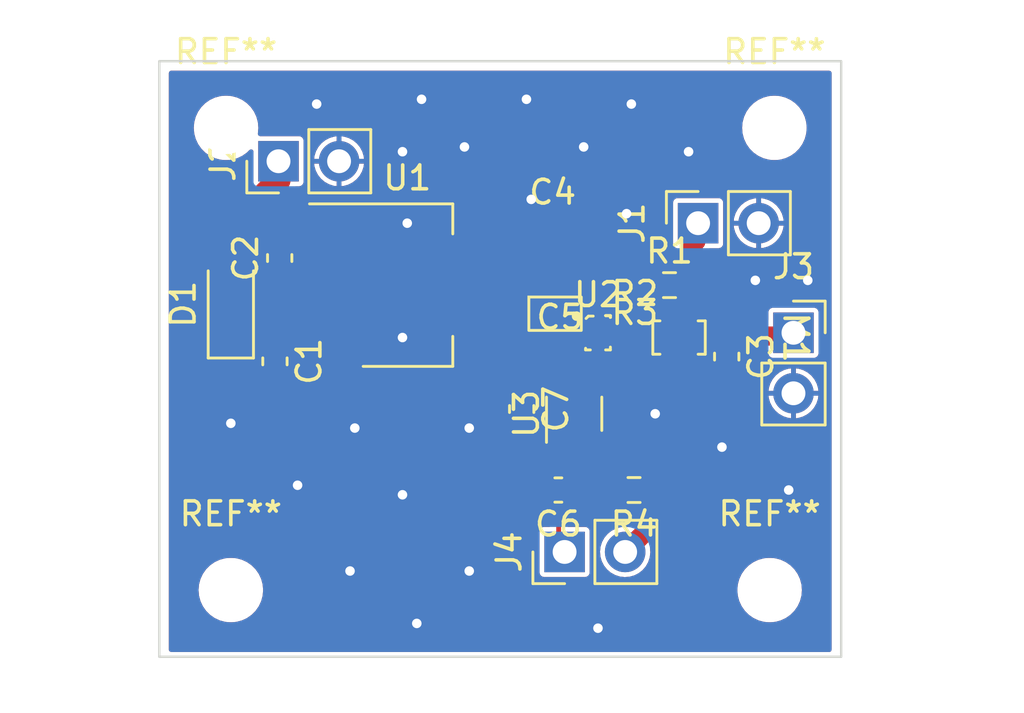
<source format=kicad_pcb>
(kicad_pcb (version 20211014) (generator pcbnew)
  (layers (0 "F.Cu" signal) (31 "B.Cu" signal) (34 "B.Paste" user) (35 "F.Paste" user) (36 "B.SilkS" user "B.Silkscreen") (37 "F.SilkS" user "F.Silkscreen") (38 "B.Mask" user) (39 "F.Mask" user) (44 "Edge.Cuts" user))
  (net 0 "")
  (net 1 "Net-(C1-Pad1)")
  (net 2 "GND")
  (net 3 "+5V")
  (net 4 "Net-(C6-Pad1)")
  (net 5 "Net-(D1-Pad2)")
  (net 6 "Net-(R2-Pad1)")
  (net 7 "Net-(C4-Pad3)")
  (net 8 "Net-(U2-PadC1)")
  (net 9 "Net-(M1-Pad1)")
  (net 10 "Net-(C3-Pad1)")
  (net 11 "Net-(R3-Pad1)")
  (net 12 "Net-(J4-Pad1)")
  (net 13 "Net-(J4-Pad2)")
  (footprint "Connector_PinHeader_2.54mm:PinHeader_1x02_P2.54mm_Vertical" (layer "F.Cu") (at 162.6 59.2 90)
    (fp_text reference "J4" (at 0 -2.33 90) (layer "F.SilkS"))
    (fp_text value "Conn_01x02_Male")
    (fp_line (start 1.33 1.27) (end 1.33 3.87) (layer "F.SilkS") (width 0.12))
    (fp_line (start -1.33 0) (end -1.33 -1.33) (layer "F.SilkS") (width 0.12))
    (fp_line (start -1.33 3.87) (end 1.33 3.87) (layer "F.SilkS") (width 0.12))
    (fp_line (start -1.33 -1.33) (end 0 -1.33) (layer "F.SilkS") (width 0.12))
    (fp_line (start -1.33 1.27) (end -1.33 3.87) (layer "F.SilkS") (width 0.12))
    (fp_line (start -1.33 1.27) (end 1.33 1.27) (layer "F.SilkS") (width 0.12))
    (pad "1" thru_hole rect (at 0 0 90) (size 1.7 1.7) (drill 1) (layers *.Cu *.Mask) (net 12 "Net-(J4-Pad1)"))
    (pad "2" thru_hole oval (at 0 2.54 90) (size 1.7 1.7) (drill 1) (layers *.Cu *.Mask) (net 13 "Net-(J4-Pad2)"))
  )
  (footprint "MountingHole:MountingHole_2.2mm_M2" (layer "F.Cu") (at 148.4 41.4)
    (fp_text reference "REF**" (at 0 -3.2) (layer "F.SilkS"))
    (fp_text value "MountingHole_2.2mm_M2")
    (pad "" np_thru_hole circle (at 0 0) (size 2.2 2.2) (drill 2.2) (layers *.Cu *.Mask))
  )
  (footprint "Capacitor_SMD:C_0603_1608Metric_Pad1.08x0.95mm_HandSolder" (layer "F.Cu") (at 162.3375 56.6 180)
    (fp_text reference "C6" (at 0 -1.43) (layer "F.SilkS"))
    (fp_text value "C")
    (fp_line (start -0.146267 -0.51) (end 0.146267 -0.51) (layer "F.SilkS") (width 0.12))
    (fp_line (start -0.146267 0.51) (end 0.146267 0.51) (layer "F.SilkS") (width 0.12))
    (pad "1" smd roundrect (at -0.8625 0 180) (size 1.075 0.95) (layers "F.Cu" "F.Paste" "F.Mask") (net 4 "Net-(C6-Pad1)"))
    (pad "2" smd roundrect (at 0.8625 0 180) (size 1.075 0.95) (layers "F.Cu" "F.Paste" "F.Mask") (net 2 "GND"))
  )
  (footprint "Package_TO_SOT_SMD:SOT-223-3_TabPin2" (layer "F.Cu") (at 156 48)
    (fp_text reference "U1" (at 0 -4.5) (layer "F.SilkS"))
    (fp_text value "AMS1117-5.0")
    (fp_line (start -4.1 -3.41) (end 1.91 -3.41) (layer "F.SilkS") (width 0.12))
    (fp_line (start 1.91 3.41) (end 1.91 2.15) (layer "F.SilkS") (width 0.12))
    (fp_line (start -1.85 3.41) (end 1.91 3.41) (layer "F.SilkS") (width 0.12))
    (fp_line (start 1.91 -3.41) (end 1.91 -2.15) (layer "F.SilkS") (width 0.12))
    (pad "1" smd rect (at -3.15 -2.3) (size 2 1.5) (layers "F.Cu" "F.Paste" "F.Mask") (net 2 "GND"))
    (pad "2" smd rect (at 3.15 0) (size 2 3.8) (layers "F.Cu" "F.Paste" "F.Mask") (net 3 "+5V"))
    (pad "2" smd rect (at -3.15 0) (size 2 1.5) (layers "F.Cu" "F.Paste" "F.Mask") (net 3 "+5V"))
    (pad "3" smd rect (at -3.15 2.3) (size 2 1.5) (layers "F.Cu" "F.Paste" "F.Mask") (net 1 "Net-(C1-Pad1)"))
  )
  (footprint "Capacitor_SMD:C_0603_1608Metric_Pad1.08x0.95mm_HandSolder" (layer "F.Cu") (at 150.65 46.8625 90)
    (fp_text reference "C2" (at 0 -1.43 90) (layer "F.SilkS"))
    (fp_text value "C")
    (fp_line (start -0.146267 -0.51) (end 0.146267 -0.51) (layer "F.SilkS") (width 0.12))
    (fp_line (start -0.146267 0.51) (end 0.146267 0.51) (layer "F.SilkS") (width 0.12))
    (pad "1" smd roundrect (at -0.8625 0 90) (size 1.075 0.95) (layers "F.Cu" "F.Paste" "F.Mask") (net 3 "+5V"))
    (pad "2" smd roundrect (at 0.8625 0 90) (size 1.075 0.95) (layers "F.Cu" "F.Paste" "F.Mask") (net 2 "GND"))
  )
  (footprint "Connector_PinSocket_2.54mm:PinSocket_1x02_P2.54mm_Vertical" (layer "F.Cu") (at 168.2 45.4 90)
    (fp_text reference "J1" (at 0 -2.77 90) (layer "F.SilkS"))
    (fp_text value "Conn_01x02_Male")
    (fp_line (start -1.33 1.27) (end 1.33 1.27) (layer "F.SilkS") (width 0.12))
    (fp_line (start 1.33 -1.33) (end 1.33 0) (layer "F.SilkS") (width 0.12))
    (fp_line (start -1.33 3.87) (end 1.33 3.87) (layer "F.SilkS") (width 0.12))
    (fp_line (start 1.33 1.27) (end 1.33 3.87) (layer "F.SilkS") (width 0.12))
    (fp_line (start -1.33 1.27) (end -1.33 3.87) (layer "F.SilkS") (width 0.12))
    (fp_line (start 0 -1.33) (end 1.33 -1.33) (layer "F.SilkS") (width 0.12))
    (pad "1" thru_hole rect (at 0 0 90) (size 1.7 1.7) (drill 1) (layers *.Cu *.Mask) (net 10 "Net-(C3-Pad1)"))
    (pad "2" thru_hole oval (at 0 2.54 90) (size 1.7 1.7) (drill 1) (layers *.Cu *.Mask) (net 2 "GND"))
  )
  (footprint "Connector_PinHeader_2.54mm:PinHeader_1x02_P2.54mm_Vertical" (layer "F.Cu") (at 150.6 42.8 90)
    (fp_text reference "J2" (at 0 -2.33 90) (layer "F.SilkS"))
    (fp_text value "Conn_01x02_Male")
    (fp_line (start -1.33 3.87) (end 1.33 3.87) (layer "F.SilkS") (width 0.12))
    (fp_line (start -1.33 -1.33) (end 0 -1.33) (layer "F.SilkS") (width 0.12))
    (fp_line (start -1.33 1.27) (end 1.33 1.27) (layer "F.SilkS") (width 0.12))
    (fp_line (start -1.33 1.27) (end -1.33 3.87) (layer "F.SilkS") (width 0.12))
    (fp_line (start 1.33 1.27) (end 1.33 3.87) (layer "F.SilkS") (width 0.12))
    (fp_line (start -1.33 0) (end -1.33 -1.33) (layer "F.SilkS") (width 0.12))
    (pad "1" thru_hole rect (at 0 0 90) (size 1.7 1.7) (drill 1) (layers *.Cu *.Mask) (net 5 "Net-(D1-Pad2)"))
    (pad "2" thru_hole oval (at 0 2.54 90) (size 1.7 1.7) (drill 1) (layers *.Cu *.Mask) (net 2 "GND"))
  )
  (footprint "Capacitor_SMD:C_0603_1608Metric_Pad1.08x0.95mm_HandSolder" (layer "F.Cu") (at 160.8 53.2 -90)
    (fp_text reference "C7" (at 0 -1.43 -270) (layer "F.SilkS"))
    (fp_text value "C")
    (fp_line (start -0.146267 0.51) (end 0.146267 0.51) (layer "F.SilkS") (width 0.12))
    (fp_line (start -0.146267 -0.51) (end 0.146267 -0.51) (layer "F.SilkS") (width 0.12))
    (pad "1" smd roundrect (at -0.8625 0 270) (size 1.075 0.95) (layers "F.Cu" "F.Paste" "F.Mask") (net 3 "+5V"))
    (pad "2" smd roundrect (at 0.8625 0 270) (size 1.075 0.95) (layers "F.Cu" "F.Paste" "F.Mask") (net 2 "GND"))
  )
  (footprint "Connector_PinSocket_2.54mm:PinSocket_1x02_P2.54mm_Vertical" (layer "F.Cu") (at 172.2 50)
    (fp_text reference "J3" (at 0 -2.77) (layer "F.SilkS"))
    (fp_text value "Conn_01x02_Male")
    (fp_line (start 1.33 -1.33) (end 1.33 0) (layer "F.SilkS") (width 0.12))
    (fp_line (start -1.33 1.27) (end 1.33 1.27) (layer "F.SilkS") (width 0.12))
    (fp_line (start -1.33 1.27) (end -1.33 3.87) (layer "F.SilkS") (width 0.12))
    (fp_line (start 1.33 1.27) (end 1.33 3.87) (layer "F.SilkS") (width 0.12))
    (fp_line (start 0 -1.33) (end 1.33 -1.33) (layer "F.SilkS") (width 0.12))
    (fp_line (start -1.33 3.87) (end 1.33 3.87) (layer "F.SilkS") (width 0.12))
    (pad "1" thru_hole rect (at 0 0) (size 1.7 1.7) (drill 1) (layers *.Cu *.Mask) (net 10 "Net-(C3-Pad1)"))
    (pad "2" thru_hole oval (at 0 2.54) (size 1.7 1.7) (drill 1) (layers *.Cu *.Mask) (net 2 "GND"))
  )
  (footprint "Package_TO_SOT_SMD:SOT-353_SC-70-5_Handsoldering" (layer "F.Cu") (at 163 53.4 90)
    (fp_text reference "U3" (at 0 -2 90) (layer "F.SilkS"))
    (fp_text value "74LVC1G08")
    (fp_line (start -0.7 1.16) (end 0.7 1.16) (layer "F.SilkS") (width 0.12))
    (fp_line (start 0.7 -1.16) (end -1.2 -1.16) (layer "F.SilkS") (width 0.12))
    (pad "1" smd rect (at -1.33 -0.65 90) (size 1.5 0.4) (layers "F.Cu" "F.Paste" "F.Mask") (net 12 "Net-(J4-Pad1)"))
    (pad "2" smd rect (at -1.33 0 90) (size 1.5 0.4) (layers "F.Cu" "F.Paste" "F.Mask") (net 4 "Net-(C6-Pad1)"))
    (pad "3" smd rect (at -1.33 0.65 90) (size 1.5 0.4) (layers "F.Cu" "F.Paste" "F.Mask") (net 2 "GND"))
    (pad "4" smd rect (at 1.33 0.65 90) (size 1.5 0.4) (layers "F.Cu" "F.Paste" "F.Mask") (net 8 "Net-(U2-PadC1)"))
    (pad "5" smd rect (at 1.33 -0.65 90) (size 1.5 0.4) (layers "F.Cu" "F.Paste" "F.Mask") (net 3 "+5V"))
  )
  (footprint "Capacitor_SMD:C_0201_0603Metric" (layer "F.Cu") (at 162.4 50.4)
    (fp_text reference "C5" (at 0 -1.05) (layer "F.SilkS"))
    (fp_text value "C")
    (pad "1" smd roundrect (at -0.32 0) (size 0.46 0.4) (layers "F.Cu" "F.Mask") (net 3 "+5V"))
    (pad "2" smd roundrect (at 0.32 0) (size 0.46 0.4) (layers "F.Cu" "F.Mask") (net 2 "GND"))
  )
  (footprint "Resistor_SMD:R_0603_1608Metric_Pad0.98x0.95mm_HandSolder" (layer "F.Cu") (at 165.5125 56.6 180)
    (fp_text reference "R4" (at 0 -1.43) (layer "F.SilkS"))
    (fp_text value "R")
    (fp_line (start -0.254724 -0.5225) (end 0.254724 -0.5225) (layer "F.SilkS") (width 0.12))
    (fp_line (start -0.254724 0.5225) (end 0.254724 0.5225) (layer "F.SilkS") (width 0.12))
    (pad "1" smd roundrect (at -0.9125 0 180) (size 0.975 0.95) (layers "F.Cu" "F.Paste" "F.Mask") (net 13 "Net-(J4-Pad2)"))
    (pad "2" smd roundrect (at 0.9125 0 180) (size 0.975 0.95) (layers "F.Cu" "F.Paste" "F.Mask") (net 4 "Net-(C6-Pad1)"))
  )
  (footprint "Capacitor_SMD:C_0603_1608Metric_Pad1.08x0.95mm_HandSolder" (layer "F.Cu") (at 150.45 51.2 -90)
    (fp_text reference "C1" (at 0 -1.43 90) (layer "F.SilkS"))
    (fp_text value "C")
    (fp_line (start -0.146267 -0.51) (end 0.146267 -0.51) (layer "F.SilkS") (width 0.12))
    (fp_line (start -0.146267 0.51) (end 0.146267 0.51) (layer "F.SilkS") (width 0.12))
    (pad "1" smd roundrect (at -0.8625 0 270) (size 1.075 0.95) (layers "F.Cu" "F.Paste" "F.Mask") (net 1 "Net-(C1-Pad1)"))
    (pad "2" smd roundrect (at 0.8625 0 270) (size 1.075 0.95) (layers "F.Cu" "F.Paste" "F.Mask") (net 2 "GND"))
  )
  (footprint "MountingHole:MountingHole_2.2mm_M2" (layer "F.Cu") (at 171.4 41.4)
    (fp_text reference "REF**" (at 0 -3.2) (layer "F.SilkS"))
    (fp_text value "MountingHole_2.2mm_M2")
    (pad "" np_thru_hole circle (at 0 0) (size 2.2 2.2) (drill 2.2) (layers *.Cu *.Mask))
  )
  (footprint "FLIM_laser:LMG1020" (layer "F.Cu") (at 164 50)
    (fp_text reference "U2" (at 0 -1.6) (layer "F.SilkS"))
    (fp_text value "LMG1020")
    (fp_line (start -0.4 -0.7) (end -0.5 -0.6) (layer "F.SilkS") (width 0.12))
    (fp_line (start 0.52 -0.72) (end 0.52 -0.645) (layer "F.SilkS") (width 0.12))
    (fp_line (start 0.32 -0.72) (end 0.52 -0.72) (layer "F.SilkS") (width 0.12))
    (fp_line (start -0.52 0.72) (end -0.52 0.65) (layer "F.SilkS") (width 0.12))
    (fp_line (start 0.32 0.72) (end 0.52 0.72) (layer "F.SilkS") (width 0.12))
    (fp_line (start 0.52 -0.72) (end 0.52 -0.645) (layer "F.SilkS") (width 0.12))
    (fp_line (start 0.52 -0.72) (end 0.52 -0.645) (layer "F.SilkS") (width 0.12))
    (fp_line (start -0.2 -0.7) (end -0.4 -0.7) (layer "F.SilkS") (width 0.12))
    (fp_line (start -0.32 0.72) (end -0.52 0.72) (layer "F.SilkS") (width 0.12))
    (fp_line (start 0.32 -0.72) (end 0.52 -0.72) (layer "F.SilkS") (width 0.12))
    (fp_line (start 0.52 0.72) (end 0.52 0.6) (layer "F.SilkS") (width 0.12))
    (fp_line (start 0.32 -0.72) (end 0.52 -0.72) (layer "F.SilkS") (width 0.12))
    (fp_circle (center -0.9 -0.7) (end -0.9 -0.6) (layer "F.SilkS") (width 0.2) (fill none))
    (pad "A1" smd roundrect (at -0.4 -0.4075) (size 0.5 0.23) (layers "F.Cu" "F.Paste" "F.Mask") (net 7 "Net-(C4-Pad3)"))
    (pad "A2" smd roundrect (at 0.4 -0.4075) (size 0.5 0.215) (layers "F.Cu" "F.Paste" "F.Mask") (net 6 "Net-(R2-Pad1)"))
    (pad "B1" smd roundrect (at -0.4 0) (size 0.5 0.23) (layers "F.Cu" "F.Paste" "F.Mask") (net 2 "GND"))
    (pad "B2" smd roundrect (at 0.4 0) (size 0.5 0.23) (layers "F.Cu" "F.Paste" "F.Mask") (net 11 "Net-(R3-Pad1)"))
    (pad "C1" smd roundrect (at -0.4 0.4) (size 0.5 0.23) (layers "F.Cu" "F.Paste" "F.Mask") (net 8 "Net-(U2-PadC1)"))
    (pad "C2" smd roundrect (at 0.4 0.4) (size 0.5 0.23) (layers "F.Cu" "F.Paste" "F.Mask") (net 2 "GND"))
  )
  (footprint "Diode_SMD:Nexperia_CFP3_SOD-123W" (layer "F.Cu") (at 148.6 48.8 90)
    (fp_text reference "D1" (at 0 -2 90) (layer "F.SilkS"))
    (fp_text value "PMEG40T10ER")
    (fp_line (start -2.26 -0.95) (end -2.26 0.95) (layer "F.SilkS") (width 0.12))
    (fp_line (start -2.26 -0.95) (end 1.4 -0.95) (layer "F.SilkS") (width 0.12))
    (fp_line (start -2.26 0.95) (end 1.4 0.95) (layer "F.SilkS") (width 0.12))
    (pad "1" smd rect (at -1.4 0 90) (size 1.2 1.2) (layers "F.Cu" "F.Paste" "F.Mask") (net 1 "Net-(C1-Pad1)"))
    (pad "2" smd rect (at 1.4 0 90) (size 1.2 1.2) (layers "F.Cu" "F.Paste" "F.Mask") (net 5 "Net-(D1-Pad2)"))
  )
  (footprint "MountingHole:MountingHole_2.2mm_M2" (layer "F.Cu") (at 148.6 60.8)
    (fp_text reference "REF**" (at 0 -3.2) (layer "F.SilkS"))
    (fp_text value "MountingHole_2.2mm_M2")
    (pad "" np_thru_hole circle (at 0 0) (size 2.2 2.2) (drill 2.2) (layers *.Cu *.Mask))
  )
  (footprint "FLIM_laser:YFF18PW0J474M" (layer "F.Cu") (at 162.2 49.2)
    (fp_text reference "C4" (at -0.1 -5.1 unlocked) (layer "F.SilkS"))
    (fp_text value "C_Feedthrough")
    (fp_rect (start -1.1 -0.7) (end 1.1 0.7) (layer "F.SilkS") (width 0.12) (fill none))
    (pad "1" smd roundrect (at -0.7 0 90) (size 0.4 0.4) (layers "F.Cu" "F.Paste" "F.Mask") (net 3 "+5V"))
    (pad "2" smd roundrect (at 0 0 90) (size 1.2 0.8) (layers "F.Cu" "F.Paste" "F.Mask") (net 2 "GND"))
    (pad "3" smd roundrect (at 0.7 0 90) (size 0.4 0.4) (layers "F.Cu" "F.Paste" "F.Mask") (net 7 "Net-(C4-Pad3)"))
  )
  (footprint "Resistor_SMD:R_0201_0603Metric" (layer "F.Cu") (at 165.545 49.4)
    (fp_text reference "R2" (at 0 -1.05) (layer "F.SilkS"))
    (fp_text value "R")
    (pad "1" smd roundrect (at -0.32 0) (size 0.46 0.4) (layers "F.Cu" "F.Mask") (net 6 "Net-(R2-Pad1)"))
    (pad "2" smd roundrect (at 0.32 0) (size 0.46 0.4) (layers "F.Cu" "F.Mask") (net 9 "Net-(M1-Pad1)"))
  )
  (footprint "Resistor_SMD:R_0603_1608Metric_Pad0.98x0.95mm_HandSolder" (layer "F.Cu") (at 167 48)
    (fp_text reference "R1" (at 0 -1.43) (layer "F.SilkS"))
    (fp_text value "R")
    (fp_line (start -0.254724 -0.5225) (end 0.254724 -0.5225) (layer "F.SilkS") (width 0.12))
    (fp_line (start -0.254724 0.5225) (end 0.254724 0.5225) (layer "F.SilkS") (width 0.12))
    (pad "1" smd roundrect (at -0.9125 0) (size 0.975 0.95) (layers "F.Cu" "F.Paste" "F.Mask") (net 3 "+5V"))
    (pad "2" smd roundrect (at 0.9125 0) (size 0.975 0.95) (layers "F.Cu" "F.Paste" "F.Mask") (net 10 "Net-(C3-Pad1)"))
  )
  (footprint "Capacitor_SMD:C_0603_1608Metric_Pad1.08x0.95mm_HandSolder" (layer "F.Cu") (at 169.4 51 -90)
    (fp_text reference "C3" (at 0 -1.43 90) (layer "F.SilkS"))
    (fp_text value "C")
    (fp_line (start -0.146267 -0.51) (end 0.146267 -0.51) (layer "F.SilkS") (width 0.12))
    (fp_line (start -0.146267 0.51) (end 0.146267 0.51) (layer "F.SilkS") (width 0.12))
    (pad "1" smd roundrect (at -0.8625 0 270) (size 1.075 0.95) (layers "F.Cu" "F.Paste" "F.Mask") (net 10 "Net-(C3-Pad1)"))
    (pad "2" smd roundrect (at 0.8625 0 270) (size 1.075 0.95) (layers "F.Cu" "F.Paste" "F.Mask") (net 2 "GND"))
  )
  (footprint "MountingHole:MountingHole_2.2mm_M2" (layer "F.Cu") (at 171.2 60.8)
    (fp_text reference "REF**" (at 0 -3.2) (layer "F.SilkS"))
    (fp_text value "MountingHole_2.2mm_M2")
    (pad "" np_thru_hole circle (at 0 0) (size 2.2 2.2) (drill 2.2) (layers *.Cu *.Mask))
  )
  (footprint "Resistor_SMD:R_0201_0603Metric" (layer "F.Cu") (at 165.545 50.2)
    (fp_text reference "R3" (at 0 -1.05) (layer "F.SilkS"))
    (fp_text value "R")
    (pad "1" smd roundrect (at -0.32 0) (size 0.46 0.4) (layers "F.Cu" "F.Mask") (net 11 "Net-(R3-Pad1)"))
    (pad "2" smd roundrect (at 0.32 0) (size 0.46 0.4) (layers "F.Cu" "F.Mask") (net 9 "Net-(M1-Pad1)"))
  )
  (footprint "FLIM_laser:EPC2014C" (layer "F.Cu") (at 166.8 50.2 -90)
    (fp_text reference "M1" (at 0 -5.5 -90 unlocked) (layer "F.SilkS"))
    (fp_text value "EP2014C")
    (fp_line (start 0.7 0.5) (end -0.7 0.5) (layer "F.SilkS") (width 0.12))
    (fp_line (start 0.7 0.2) (end 0.7 0.5) (layer "F.SilkS") (width 0.12))
    (fp_line (start 0.7 -1.7) (end 0.6 -1.7) (layer "F.SilkS") (width 0.12))
    (fp_line (start -0.7 0.5) (end -0.7 0.2) (layer "F.SilkS") (width 0.12))
    (fp_line (start -0.7 -1.4) (end -0.7 -1.7) (layer "F.SilkS") (width 0.12))
    (fp_line (start 0.7 -1.7) (end 0.7 -1.4) (layer "F.SilkS") (width 0.12))
    (fp_line (start -0.7 -1.7) (end 0.6 -1.7) (layer "F.SilkS") (width 0.12))
    (pad "1" smd roundrect (at -0.45 0.02 270) (size 0.7 0.18) (layers "F.Cu" "F.Paste" "F.Mask") (net 9 "Net-(M1-Pad1)"))
    (pad "2" smd roundrect (at 0.45 0.02 270) (size 0.7 0.18) (layers "F.Cu" "F.Paste" "F.Mask") (net 2 "GND"))
    (pad "3" smd roundrect (at 0 -0.4 270) (size 1.5 0.18) (layers "F.Cu" "F.Paste" "F.Mask") (net 10 "Net-(C3-Pad1)"))
    (pad "4" smd roundrect (at 0 -0.8 270) (size 1.5 0.18) (layers "F.Cu" "F.Paste" "F.Mask") (net 2 "GND"))
    (pad "5" smd roundrect (at 0 -1.2 270) (size 1.5 0.18) (layers "F.Cu" "F.Paste" "F.Mask") (net 10 "Net-(C3-Pad1)"))
  )
  (gr_rect (start 145.6 38.6) (end 174.2 63.6) (layer "Edge.Cuts") (width 0.1) (fill none))
  (segment (start 150.3875 50.4) (end 150.45 50.3375) (width 0.8) (layer "F.Cu") (net 1))
  (segment (start 150.45 50.3375) (end 152.8125 50.3375) (width 0.8) (layer "F.Cu") (net 1))
  (segment (start 152.8125 50.3375) (end 152.85 50.3) (width 0.8) (layer "F.Cu") (net 1))
  (segment (start 149.6 50.4) (end 150.3875 50.4) (width 0.8) (layer "F.Cu") (net 1))
  (segment (start 148.6 50.2) (end 149.4 50.2) (width 0.8) (layer "F.Cu") (net 1))
  (segment (start 149.4 50.2) (end 149.6 50.4) (width 0.8) (layer "F.Cu") (net 1))
  (segment (start 150.3125 50.2) (end 150.45 50.3375) (width 0.25) (layer "F.Cu") (net 1))
  (via (at 161.2 44.4) (size 0.8) (drill 0.4) (layers "F.Cu" "B.Cu") (net 2))
  (via (at 156.6 40.2) (size 0.8) (drill 0.4) (layers "F.Cu" "B.Cu") (net 2))
  (via (at 170.6 47.8) (size 0.8) (drill 0.4) (layers "F.Cu" "B.Cu") (net 2))
  (via (at 158.4 42.2) (size 0.8) (drill 0.4) (layers "F.Cu" "B.Cu") (net 2))
  (via (at 148.6 53.8) (size 0.8) (drill 0.4) (layers "F.Cu" "B.Cu") (net 2))
  (via (at 166.4 53.4) (size 0.8) (drill 0.4) (layers "F.Cu" "B.Cu") (net 2))
  (via (at 155.8 42.4) (size 0.8) (drill 0.4) (layers "F.Cu" "B.Cu") (net 2))
  (via (at 158.6 60) (size 0.8) (drill 0.4) (layers "F.Cu" "B.Cu") (net 2))
  (via (at 167.8 42.4) (size 0.8) (drill 0.4) (layers "F.Cu" "B.Cu") (net 2))
  (via (at 156.4 62.2) (size 0.8) (drill 0.4) (layers "F.Cu" "B.Cu") (net 2))
  (via (at 172 56.6) (size 0.8) (drill 0.4) (layers "F.Cu" "B.Cu") (net 2))
  (via (at 164 62.4) (size 0.8) (drill 0.4) (layers "F.Cu" "B.Cu") (net 2))
  (via (at 153.8 54) (size 0.8) (drill 0.4) (layers "F.Cu" "B.Cu") (net 2))
  (via (at 156 45.4) (size 0.8) (drill 0.4) (layers "F.Cu" "B.Cu") (net 2))
  (via (at 151.4 56.4) (size 0.8) (drill 0.4) (layers "F.Cu" "B.Cu") (net 2))
  (via (at 163.4 42.2) (size 0.8) (drill 0.4) (layers "F.Cu" "B.Cu") (net 2))
  (via (at 153.6 60) (size 0.8) (drill 0.4) (layers "F.Cu" "B.Cu") (net 2))
  (via (at 165.2 45) (size 0.8) (drill 0.4) (layers "F.Cu" "B.Cu") (net 2))
  (via (at 158.6 54) (size 0.8) (drill 0.4) (layers "F.Cu" "B.Cu") (net 2))
  (via (at 155.8 50.2) (size 0.8) (drill 0.4) (layers "F.Cu" "B.Cu") (net 2))
  (via (at 172.8 47.8) (size 0.8) (drill 0.4) (layers "F.Cu" "B.Cu") (net 2))
  (via (at 161 40.2) (size 0.8) (drill 0.4) (layers "F.Cu" "B.Cu") (net 2))
  (via (at 165.4 40.4) (size 0.8) (drill 0.4) (layers "F.Cu" "B.Cu") (net 2))
  (via (at 155.8 56.8) (size 0.8) (drill 0.4) (layers "F.Cu" "B.Cu") (net 2))
  (via (at 169.2 54.8) (size 0.8) (drill 0.4) (layers "F.Cu" "B.Cu") (net 2))
  (via (at 152.2 40.4) (size 0.8) (drill 0.4) (layers "F.Cu" "B.Cu") (net 2))
  (segment (start 160.35 49.2) (end 161.40048 49.2) (width 0.4) (layer "F.Cu") (net 3))
  (segment (start 159.75 47.4) (end 159.15 48) (width 1) (layer "F.Cu") (net 3))
  (segment (start 162.0825 52.3375) (end 162.35 52.07) (width 0.25) (layer "F.Cu") (net 3))
  (segment (start 162.08 50.4) (end 162 50.4) (width 0.25) (layer "F.Cu") (net 3))
  (segment (start 166.0875 48) (end 165.98798 47.90048) (width 1) (layer "F.Cu") (net 3))
  (segment (start 159.8 49.2) (end 159.15 48.55) (width 0.25) (layer "F.Cu") (net 3))
  (segment (start 160.8 52.3375) (end 162.0825 52.3375) (width 0.25) (layer "F.Cu") (net 3))
  (segment (start 159.15 48.55) (end 159.15 48) (width 0.25) (layer "F.Cu") (net 3))
  (segment (start 164 47.4) (end 159.75 47.4) (width 1) (layer "F.Cu") (net 3))
  (segment (start 152.85 48) (end 159.15 48) (width 1.5) (layer "F.Cu") (net 3))
  (segment (start 152.575 47.725) (end 152.85 48) (width 0.8) (layer "F.Cu") (net 3))
  (segment (start 165.8875 48.2) (end 166.0875 48) (width 0.25) (layer "F.Cu") (net 3))
  (segment (start 159.15 48) (end 160.35 49.2) (width 0.4) (layer "F.Cu") (net 3))
  (segment (start 164.50048 47.90048) (end 164 47.4) (width 1) (layer "F.Cu") (net 3))
  (segment (start 165.98798 47.90048) (end 164.50048 47.90048) (width 1) (layer "F.Cu") (net 3))
  (segment (start 150.65 47.725) (end 152.575 47.725) (width 0.8) (layer "F.Cu") (net 3))
  (segment (start 164.6 56.6) (end 163.2 56.6) (width 0.6) (layer "F.Cu") (net 4))
  (segment (start 163.2 56.6) (end 163 56.4) (width 0.4) (layer "F.Cu") (net 4))
  (segment (start 163 56.4) (end 163 54.73) (width 0.4) (layer "F.Cu") (net 4))
  (segment (start 150.6 42.8) (end 150.6 43.6) (width 1) (layer "F.Cu") (net 5))
  (segment (start 148.8 45.4) (end 148.6 45.6) (width 1) (layer "F.Cu") (net 5))
  (segment (start 150.6 43.6) (end 148.8 45.4) (width 1) (layer "F.Cu") (net 5))
  (segment (start 148.6 45.6) (end 148.6 47.4) (width 1) (layer "F.Cu") (net 5))
  (segment (start 162.9 49.3) (end 163.18548 49.58548) (width 0.2) (layer "F.Cu") (net 7))
  (segment (start 162.9 49.2) (end 162.9 49.3) (width 0.2) (layer "F.Cu") (net 7))
  (segment (start 163.18548 49.58548) (end 163.555382 49.58548) (width 0.2) (layer "F.Cu") (net 7))
  (segment (start 163.65 50.56452) (end 163.6 50.51452) (width 0.4) (layer "F.Cu") (net 8))
  (segment (start 163.65 52.07) (end 163.65 50.56452) (width 0.4) (layer "F.Cu") (net 8))
  (segment (start 165.865 49.4) (end 165.865 50.2) (width 0.4) (layer "F.Cu") (net 9))
  (segment (start 167.8 48.6) (end 167.8 48.8) (width 0.2) (layer "F.Cu") (net 10))
  (segment (start 168 49) (end 168 48.8) (width 0.2) (layer "F.Cu") (net 10))
  (segment (start 167.8 48.1125) (end 167.9125 48) (width 0.2) (layer "F.Cu") (net 10))
  (segment (start 168.2 45.4) (end 168.2 46.2) (width 0.6) (layer "F.Cu") (net 10))
  (segment (start 167.9125 48) (end 167.9125 48.0875) (width 0.2) (layer "F.Cu") (net 10))
  (segment (start 167.16952 49.16952) (end 167.16952 50.16952) (width 0.2) (layer "F.Cu") (net 10))
  (segment (start 167.6 48.6) (end 167.8 48.6) (width 0.2) (layer "F.Cu") (net 10))
  (segment (start 168.2 46.2) (end 168 46.4) (width 0.6) (layer "F.Cu") (net 10))
  (segment (start 168.8 48.6) (end 169.4 49.2) (width 0.8) (layer "F.Cu") (net 10))
  (segment (start 167.9125 48.0875) (end 167.6 48.4) (width 0.2) (layer "F.Cu") (net 10))
  (segment (start 167.4 49) (end 168 49) (width 0.2) (layer "F.Cu") (net 10))
  (segment (start 167.4 48.8) (end 167.4 48.4) (width 0.2) (layer "F.Cu") (net 10))
  (segment (start 167.18856 49.15048) (end 167.95048 49.15048) (width 0.2) (layer "F.Cu") (net 10))
  (segment (start 168 48.8) (end 167.8 48.8) (width 0.2) (layer "F.Cu") (net 10))
  (segment (start 167.95048 49.15048) (end 168 49.2) (width 0.2) (layer "F.Cu") (net 10))
  (segment (start 168 50.2) (end 168 49.2) (width 0.2) (layer "F.Cu") (net 10))
  (segment (start 167.16952 49.03048) (end 167.4 48.8) (width 0.2) (layer "F.Cu") (net 10))
  (segment (start 167.6 48.6) (end 167.4 48.8) (width 0.2) (layer "F.Cu") (net 10))
  (segment (start 167.16952 49.16952) (end 167.18856 49.15048) (width 0.2) (layer "F.Cu") (net 10))
  (segment (start 168.5125 48.6) (end 168.8 48.6) (width 0.8) (layer "F.Cu") (net 10))
  (segment (start 169.4 50.1375) (end 172.0625 50.1375) (width 0.8) (layer "F.Cu") (net 10))
  (segment (start 168 49.2) (end 168 49) (width 0.2) (layer "F.Cu") (net 10))
  (segment (start 167.16952 50.16952) (end 167.2 50.2) (width 0.2) (layer "F.Cu") (net 10))
  (segment (start 168 46.4) (end 167.9125 46.4875) (width 0.8) (layer "F.Cu") (net 10))
  (segment (start 167.4 48.8) (end 167.3 48.9) (width 0.2) (layer "F.Cu") (net 10))
  (segment (start 167.9125 48) (end 168.5125 48.6) (width 0.8) (layer "F.Cu") (net 10))
  (segment (start 167.8 48.8) (end 167.4 48.8) (width 0.2) (layer "F.Cu") (net 10))
  (segment (start 167.3 48.9) (end 167.4 49) (width 0.2) (layer "F.Cu") (net 10))
  (segment (start 167.3 48.9) (end 167.16952 49.03048) (width 0.2) (layer "F.Cu") (net 10))
  (segment (start 172.0625 50.1375) (end 172.2 50) (width 0.8) (layer "F.Cu") (net 10))
  (segment (start 167.9125 48.4875) (end 167.8 48.6) (width 0.2) (layer "F.Cu") (net 10))
  (segment (start 167.16952 49.03048) (end 167.16952 49.16952) (width 0.2) (layer "F.Cu") (net 10))
  (segment (start 168 48.0875) (end 167.9125 48) (width 0.2) (layer "F.Cu") (net 10))
  (segment (start 167.6 48.4) (end 167.6 48.6) (width 0.2) (layer "F.Cu") (net 10))
  (segment (start 167.8 48.8) (end 167.8 48.1125) (width 0.2) (layer "F.Cu") (net 10))
  (segment (start 167.8 48) (end 167.9125 48) (width 0.2) (layer "F.Cu") (net 10))
  (segment (start 167.9125 48.4875) (end 167.9125 48) (width 0.2) (layer "F.Cu") (net 10))
  (segment (start 167.9125 46.4875) (end 167.9125 48) (width 0.8) (layer "F.Cu") (net 10))
  (segment (start 167.4 48.4) (end 167.8 48) (width 0.2) (layer "F.Cu") (net 10))
  (segment (start 169.4 49.2) (end 169.4 50.1375) (width 0.8) (layer "F.Cu") (net 10))
  (segment (start 168 48.8) (end 168 48.0875) (width 0.2) (layer "F.Cu") (net 10))
  (segment (start 162.35 58.95) (end 162.35 54.73) (width 0.2) (layer "F.Cu") (net 12))
  (segment (start 162.33702 54.74298) (end 162.35 54.73) (width 0.25) (layer "F.Cu") (net 12))
  (segment (start 162.6 59.2) (end 162.35 58.95) (width 0.2) (layer "F.Cu") (net 12))
  (segment (start 166.425 56.6) (end 166.425 57.915) (width 0.8) (layer "F.Cu") (net 13))
  (segment (start 166.425 57.915) (end 165.14 59.2) (width 0.8) (layer "F.Cu") (net 13))
  (zone (net 2) (net_name "GND") (layers F&B.Cu) (connect_pads (clearance 0.2)) (min_thickness 0.2) (fill yes (thermal_gap 0.2) (thermal_bridge_width 0.2))
    (polygon (pts (xy 173.8 63.4) (xy 146 63.4) (xy 146 39) (xy 173.8 39)))
  )
)
</source>
